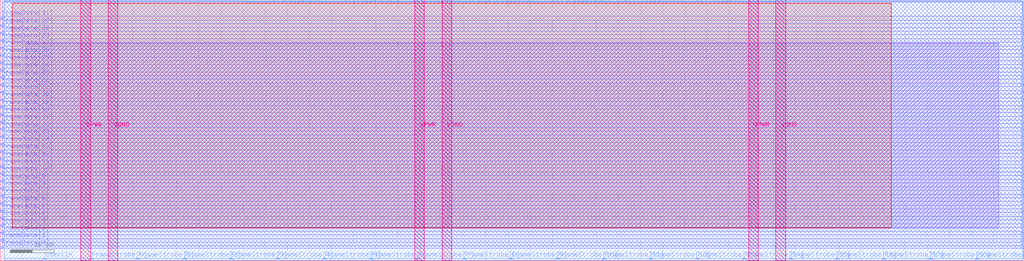
<source format=lef>
VERSION 5.7 ;
  NOWIREEXTENSIONATPIN ON ;
  DIVIDERCHAR "/" ;
  BUSBITCHARS "[]" ;
MACRO S_term_single
  CLASS BLOCK ;
  FOREIGN S_term_single ;
  ORIGIN 0.000 0.000 ;
  SIZE 231.840 BY 59.220 ;
  PIN Co
    DIRECTION OUTPUT ;
    USE SIGNAL ;
    ANTENNADIFFAREA 0.299200 ;
    PORT
      LAYER Metal3 ;
        RECT 104.920 58.820 105.320 59.220 ;
    END
  END Co
  PIN FrameData[0]
    DIRECTION INPUT ;
    USE SIGNAL ;
    ANTENNAGATEAREA 0.180700 ;
    PORT
      LAYER Metal2 ;
        RECT 0.000 2.740 0.450 3.140 ;
    END
  END FrameData[0]
  PIN FrameData[10]
    DIRECTION INPUT ;
    USE SIGNAL ;
    ANTENNAGATEAREA 0.180700 ;
    PORT
      LAYER Metal2 ;
        RECT 0.000 19.540 0.450 19.940 ;
    END
  END FrameData[10]
  PIN FrameData[11]
    DIRECTION INPUT ;
    USE SIGNAL ;
    ANTENNAGATEAREA 0.180700 ;
    PORT
      LAYER Metal2 ;
        RECT 0.000 21.220 0.450 21.620 ;
    END
  END FrameData[11]
  PIN FrameData[12]
    DIRECTION INPUT ;
    USE SIGNAL ;
    ANTENNAGATEAREA 0.180700 ;
    PORT
      LAYER Metal2 ;
        RECT 0.000 22.900 0.450 23.300 ;
    END
  END FrameData[12]
  PIN FrameData[13]
    DIRECTION INPUT ;
    USE SIGNAL ;
    ANTENNAGATEAREA 0.180700 ;
    PORT
      LAYER Metal2 ;
        RECT 0.000 24.580 0.450 24.980 ;
    END
  END FrameData[13]
  PIN FrameData[14]
    DIRECTION INPUT ;
    USE SIGNAL ;
    ANTENNAGATEAREA 0.180700 ;
    PORT
      LAYER Metal2 ;
        RECT 0.000 26.260 0.450 26.660 ;
    END
  END FrameData[14]
  PIN FrameData[15]
    DIRECTION INPUT ;
    USE SIGNAL ;
    ANTENNAGATEAREA 0.180700 ;
    PORT
      LAYER Metal2 ;
        RECT 0.000 27.940 0.450 28.340 ;
    END
  END FrameData[15]
  PIN FrameData[16]
    DIRECTION INPUT ;
    USE SIGNAL ;
    ANTENNAGATEAREA 1.397500 ;
    ANTENNADIFFAREA 4.030800 ;
    PORT
      LAYER Metal2 ;
        RECT 0.000 29.620 0.450 30.020 ;
    END
  END FrameData[16]
  PIN FrameData[17]
    DIRECTION INPUT ;
    USE SIGNAL ;
    ANTENNAGATEAREA 0.180700 ;
    PORT
      LAYER Metal2 ;
        RECT 0.000 31.300 0.450 31.700 ;
    END
  END FrameData[17]
  PIN FrameData[18]
    DIRECTION INPUT ;
    USE SIGNAL ;
    ANTENNAGATEAREA 0.180700 ;
    PORT
      LAYER Metal2 ;
        RECT 0.000 32.980 0.450 33.380 ;
    END
  END FrameData[18]
  PIN FrameData[19]
    DIRECTION INPUT ;
    USE SIGNAL ;
    ANTENNAGATEAREA 0.180700 ;
    PORT
      LAYER Metal2 ;
        RECT 0.000 34.660 0.450 35.060 ;
    END
  END FrameData[19]
  PIN FrameData[1]
    DIRECTION INPUT ;
    USE SIGNAL ;
    ANTENNAGATEAREA 0.180700 ;
    PORT
      LAYER Metal2 ;
        RECT 0.000 4.420 0.450 4.820 ;
    END
  END FrameData[1]
  PIN FrameData[20]
    DIRECTION INPUT ;
    USE SIGNAL ;
    ANTENNAGATEAREA 0.180700 ;
    PORT
      LAYER Metal2 ;
        RECT 0.000 36.340 0.450 36.740 ;
    END
  END FrameData[20]
  PIN FrameData[21]
    DIRECTION INPUT ;
    USE SIGNAL ;
    ANTENNAGATEAREA 1.397500 ;
    ANTENNADIFFAREA 4.030800 ;
    PORT
      LAYER Metal2 ;
        RECT 0.000 38.020 0.450 38.420 ;
    END
  END FrameData[21]
  PIN FrameData[22]
    DIRECTION INPUT ;
    USE SIGNAL ;
    ANTENNAGATEAREA 0.180700 ;
    PORT
      LAYER Metal2 ;
        RECT 0.000 39.700 0.450 40.100 ;
    END
  END FrameData[22]
  PIN FrameData[23]
    DIRECTION INPUT ;
    USE SIGNAL ;
    ANTENNAGATEAREA 0.180700 ;
    PORT
      LAYER Metal2 ;
        RECT 0.000 41.380 0.450 41.780 ;
    END
  END FrameData[23]
  PIN FrameData[24]
    DIRECTION INPUT ;
    USE SIGNAL ;
    ANTENNAGATEAREA 6.264700 ;
    ANTENNADIFFAREA 20.153999 ;
    PORT
      LAYER Metal2 ;
        RECT 0.000 43.060 0.450 43.460 ;
    END
  END FrameData[24]
  PIN FrameData[25]
    DIRECTION INPUT ;
    USE SIGNAL ;
    ANTENNAGATEAREA 6.264700 ;
    ANTENNADIFFAREA 20.153999 ;
    PORT
      LAYER Metal2 ;
        RECT 0.000 44.740 0.450 45.140 ;
    END
  END FrameData[25]
  PIN FrameData[26]
    DIRECTION INPUT ;
    USE SIGNAL ;
    ANTENNAGATEAREA 6.264700 ;
    ANTENNADIFFAREA 20.153999 ;
    PORT
      LAYER Metal2 ;
        RECT 0.000 46.420 0.450 46.820 ;
    END
  END FrameData[26]
  PIN FrameData[27]
    DIRECTION INPUT ;
    USE SIGNAL ;
    ANTENNAGATEAREA 5.656300 ;
    ANTENNADIFFAREA 18.138599 ;
    PORT
      LAYER Metal2 ;
        RECT 0.000 48.100 0.450 48.500 ;
    END
  END FrameData[27]
  PIN FrameData[28]
    DIRECTION INPUT ;
    USE SIGNAL ;
    ANTENNAGATEAREA 0.180700 ;
    PORT
      LAYER Metal2 ;
        RECT 0.000 49.780 0.450 50.180 ;
    END
  END FrameData[28]
  PIN FrameData[29]
    DIRECTION INPUT ;
    USE SIGNAL ;
    ANTENNAGATEAREA 1.397500 ;
    ANTENNADIFFAREA 4.030800 ;
    PORT
      LAYER Metal2 ;
        RECT 0.000 51.460 0.450 51.860 ;
    END
  END FrameData[29]
  PIN FrameData[2]
    DIRECTION INPUT ;
    USE SIGNAL ;
    ANTENNAGATEAREA 0.180700 ;
    PORT
      LAYER Metal2 ;
        RECT 0.000 6.100 0.450 6.500 ;
    END
  END FrameData[2]
  PIN FrameData[30]
    DIRECTION INPUT ;
    USE SIGNAL ;
    ANTENNAGATEAREA 0.180700 ;
    PORT
      LAYER Metal2 ;
        RECT 0.000 53.140 0.450 53.540 ;
    END
  END FrameData[30]
  PIN FrameData[31]
    DIRECTION INPUT ;
    USE SIGNAL ;
    ANTENNAGATEAREA 0.180700 ;
    PORT
      LAYER Metal2 ;
        RECT 0.000 54.820 0.450 55.220 ;
    END
  END FrameData[31]
  PIN FrameData[3]
    DIRECTION INPUT ;
    USE SIGNAL ;
    ANTENNAGATEAREA 0.180700 ;
    PORT
      LAYER Metal2 ;
        RECT 0.000 7.780 0.450 8.180 ;
    END
  END FrameData[3]
  PIN FrameData[4]
    DIRECTION INPUT ;
    USE SIGNAL ;
    ANTENNAGATEAREA 0.180700 ;
    PORT
      LAYER Metal2 ;
        RECT 0.000 9.460 0.450 9.860 ;
    END
  END FrameData[4]
  PIN FrameData[5]
    DIRECTION INPUT ;
    USE SIGNAL ;
    ANTENNAGATEAREA 0.180700 ;
    PORT
      LAYER Metal2 ;
        RECT 0.000 11.140 0.450 11.540 ;
    END
  END FrameData[5]
  PIN FrameData[6]
    DIRECTION INPUT ;
    USE SIGNAL ;
    ANTENNAGATEAREA 0.180700 ;
    PORT
      LAYER Metal2 ;
        RECT 0.000 12.820 0.450 13.220 ;
    END
  END FrameData[6]
  PIN FrameData[7]
    DIRECTION INPUT ;
    USE SIGNAL ;
    ANTENNAGATEAREA 0.180700 ;
    PORT
      LAYER Metal2 ;
        RECT 0.000 14.500 0.450 14.900 ;
    END
  END FrameData[7]
  PIN FrameData[8]
    DIRECTION INPUT ;
    USE SIGNAL ;
    ANTENNAGATEAREA 0.180700 ;
    PORT
      LAYER Metal2 ;
        RECT 0.000 16.180 0.450 16.580 ;
    END
  END FrameData[8]
  PIN FrameData[9]
    DIRECTION INPUT ;
    USE SIGNAL ;
    ANTENNAGATEAREA 0.180700 ;
    PORT
      LAYER Metal2 ;
        RECT 0.000 17.860 0.450 18.260 ;
    END
  END FrameData[9]
  PIN FrameData_O[0]
    DIRECTION OUTPUT ;
    USE SIGNAL ;
    ANTENNADIFFAREA 0.654800 ;
    PORT
      LAYER Metal2 ;
        RECT 231.390 2.740 231.840 3.140 ;
    END
  END FrameData_O[0]
  PIN FrameData_O[10]
    DIRECTION OUTPUT ;
    USE SIGNAL ;
    ANTENNADIFFAREA 0.654800 ;
    PORT
      LAYER Metal2 ;
        RECT 231.390 19.540 231.840 19.940 ;
    END
  END FrameData_O[10]
  PIN FrameData_O[11]
    DIRECTION OUTPUT ;
    USE SIGNAL ;
    ANTENNADIFFAREA 0.654800 ;
    PORT
      LAYER Metal2 ;
        RECT 231.390 21.220 231.840 21.620 ;
    END
  END FrameData_O[11]
  PIN FrameData_O[12]
    DIRECTION OUTPUT ;
    USE SIGNAL ;
    ANTENNADIFFAREA 0.654800 ;
    PORT
      LAYER Metal2 ;
        RECT 231.390 22.900 231.840 23.300 ;
    END
  END FrameData_O[12]
  PIN FrameData_O[13]
    DIRECTION OUTPUT ;
    USE SIGNAL ;
    ANTENNADIFFAREA 0.654800 ;
    PORT
      LAYER Metal2 ;
        RECT 231.390 24.580 231.840 24.980 ;
    END
  END FrameData_O[13]
  PIN FrameData_O[14]
    DIRECTION OUTPUT ;
    USE SIGNAL ;
    ANTENNADIFFAREA 0.654800 ;
    PORT
      LAYER Metal2 ;
        RECT 231.390 26.260 231.840 26.660 ;
    END
  END FrameData_O[14]
  PIN FrameData_O[15]
    DIRECTION OUTPUT ;
    USE SIGNAL ;
    ANTENNADIFFAREA 0.654800 ;
    PORT
      LAYER Metal2 ;
        RECT 231.390 27.940 231.840 28.340 ;
    END
  END FrameData_O[15]
  PIN FrameData_O[16]
    DIRECTION OUTPUT ;
    USE SIGNAL ;
    ANTENNADIFFAREA 0.654800 ;
    PORT
      LAYER Metal2 ;
        RECT 231.390 29.620 231.840 30.020 ;
    END
  END FrameData_O[16]
  PIN FrameData_O[17]
    DIRECTION OUTPUT ;
    USE SIGNAL ;
    ANTENNADIFFAREA 0.654800 ;
    PORT
      LAYER Metal2 ;
        RECT 231.390 31.300 231.840 31.700 ;
    END
  END FrameData_O[17]
  PIN FrameData_O[18]
    DIRECTION OUTPUT ;
    USE SIGNAL ;
    ANTENNADIFFAREA 0.654800 ;
    PORT
      LAYER Metal2 ;
        RECT 231.390 32.980 231.840 33.380 ;
    END
  END FrameData_O[18]
  PIN FrameData_O[19]
    DIRECTION OUTPUT ;
    USE SIGNAL ;
    ANTENNADIFFAREA 0.654800 ;
    PORT
      LAYER Metal2 ;
        RECT 231.390 34.660 231.840 35.060 ;
    END
  END FrameData_O[19]
  PIN FrameData_O[1]
    DIRECTION OUTPUT ;
    USE SIGNAL ;
    ANTENNADIFFAREA 0.654800 ;
    PORT
      LAYER Metal2 ;
        RECT 231.390 4.420 231.840 4.820 ;
    END
  END FrameData_O[1]
  PIN FrameData_O[20]
    DIRECTION OUTPUT ;
    USE SIGNAL ;
    ANTENNADIFFAREA 0.654800 ;
    PORT
      LAYER Metal2 ;
        RECT 231.390 36.340 231.840 36.740 ;
    END
  END FrameData_O[20]
  PIN FrameData_O[21]
    DIRECTION OUTPUT ;
    USE SIGNAL ;
    ANTENNADIFFAREA 0.654800 ;
    PORT
      LAYER Metal2 ;
        RECT 231.390 38.020 231.840 38.420 ;
    END
  END FrameData_O[21]
  PIN FrameData_O[22]
    DIRECTION OUTPUT ;
    USE SIGNAL ;
    ANTENNADIFFAREA 0.654800 ;
    PORT
      LAYER Metal2 ;
        RECT 231.390 39.700 231.840 40.100 ;
    END
  END FrameData_O[22]
  PIN FrameData_O[23]
    DIRECTION OUTPUT ;
    USE SIGNAL ;
    ANTENNADIFFAREA 0.654800 ;
    PORT
      LAYER Metal2 ;
        RECT 231.390 41.380 231.840 41.780 ;
    END
  END FrameData_O[23]
  PIN FrameData_O[24]
    DIRECTION OUTPUT ;
    USE SIGNAL ;
    ANTENNADIFFAREA 0.654800 ;
    PORT
      LAYER Metal2 ;
        RECT 231.390 43.060 231.840 43.460 ;
    END
  END FrameData_O[24]
  PIN FrameData_O[25]
    DIRECTION OUTPUT ;
    USE SIGNAL ;
    ANTENNADIFFAREA 0.654800 ;
    PORT
      LAYER Metal2 ;
        RECT 231.390 44.740 231.840 45.140 ;
    END
  END FrameData_O[25]
  PIN FrameData_O[26]
    DIRECTION OUTPUT ;
    USE SIGNAL ;
    ANTENNADIFFAREA 0.654800 ;
    PORT
      LAYER Metal2 ;
        RECT 231.390 46.420 231.840 46.820 ;
    END
  END FrameData_O[26]
  PIN FrameData_O[27]
    DIRECTION OUTPUT ;
    USE SIGNAL ;
    ANTENNADIFFAREA 0.654800 ;
    PORT
      LAYER Metal2 ;
        RECT 231.390 48.100 231.840 48.500 ;
    END
  END FrameData_O[27]
  PIN FrameData_O[28]
    DIRECTION OUTPUT ;
    USE SIGNAL ;
    ANTENNADIFFAREA 0.654800 ;
    PORT
      LAYER Metal2 ;
        RECT 231.390 49.780 231.840 50.180 ;
    END
  END FrameData_O[28]
  PIN FrameData_O[29]
    DIRECTION OUTPUT ;
    USE SIGNAL ;
    ANTENNADIFFAREA 0.654800 ;
    PORT
      LAYER Metal2 ;
        RECT 231.390 51.460 231.840 51.860 ;
    END
  END FrameData_O[29]
  PIN FrameData_O[2]
    DIRECTION OUTPUT ;
    USE SIGNAL ;
    ANTENNADIFFAREA 0.654800 ;
    PORT
      LAYER Metal2 ;
        RECT 231.390 6.100 231.840 6.500 ;
    END
  END FrameData_O[2]
  PIN FrameData_O[30]
    DIRECTION OUTPUT ;
    USE SIGNAL ;
    ANTENNADIFFAREA 0.654800 ;
    PORT
      LAYER Metal2 ;
        RECT 231.390 53.140 231.840 53.540 ;
    END
  END FrameData_O[30]
  PIN FrameData_O[31]
    DIRECTION OUTPUT ;
    USE SIGNAL ;
    ANTENNADIFFAREA 0.654800 ;
    PORT
      LAYER Metal2 ;
        RECT 231.390 54.820 231.840 55.220 ;
    END
  END FrameData_O[31]
  PIN FrameData_O[3]
    DIRECTION OUTPUT ;
    USE SIGNAL ;
    ANTENNADIFFAREA 0.654800 ;
    PORT
      LAYER Metal2 ;
        RECT 231.390 7.780 231.840 8.180 ;
    END
  END FrameData_O[3]
  PIN FrameData_O[4]
    DIRECTION OUTPUT ;
    USE SIGNAL ;
    ANTENNADIFFAREA 0.654800 ;
    PORT
      LAYER Metal2 ;
        RECT 231.390 9.460 231.840 9.860 ;
    END
  END FrameData_O[4]
  PIN FrameData_O[5]
    DIRECTION OUTPUT ;
    USE SIGNAL ;
    ANTENNADIFFAREA 0.654800 ;
    PORT
      LAYER Metal2 ;
        RECT 231.390 11.140 231.840 11.540 ;
    END
  END FrameData_O[5]
  PIN FrameData_O[6]
    DIRECTION OUTPUT ;
    USE SIGNAL ;
    ANTENNADIFFAREA 0.654800 ;
    PORT
      LAYER Metal2 ;
        RECT 231.390 12.820 231.840 13.220 ;
    END
  END FrameData_O[6]
  PIN FrameData_O[7]
    DIRECTION OUTPUT ;
    USE SIGNAL ;
    ANTENNADIFFAREA 0.654800 ;
    PORT
      LAYER Metal2 ;
        RECT 231.390 14.500 231.840 14.900 ;
    END
  END FrameData_O[7]
  PIN FrameData_O[8]
    DIRECTION OUTPUT ;
    USE SIGNAL ;
    ANTENNADIFFAREA 0.654800 ;
    PORT
      LAYER Metal2 ;
        RECT 231.390 16.180 231.840 16.580 ;
    END
  END FrameData_O[8]
  PIN FrameData_O[9]
    DIRECTION OUTPUT ;
    USE SIGNAL ;
    ANTENNADIFFAREA 0.654800 ;
    PORT
      LAYER Metal2 ;
        RECT 231.390 17.860 231.840 18.260 ;
    END
  END FrameData_O[9]
  PIN FrameStrobe[0]
    DIRECTION INPUT ;
    USE SIGNAL ;
    ANTENNAGATEAREA 0.180700 ;
    PORT
      LAYER Metal3 ;
        RECT 20.440 0.000 20.840 0.400 ;
    END
  END FrameStrobe[0]
  PIN FrameStrobe[10]
    DIRECTION INPUT ;
    USE SIGNAL ;
    ANTENNAGATEAREA 0.180700 ;
    PORT
      LAYER Metal3 ;
        RECT 126.040 0.000 126.440 0.400 ;
    END
  END FrameStrobe[10]
  PIN FrameStrobe[11]
    DIRECTION INPUT ;
    USE SIGNAL ;
    ANTENNAGATEAREA 0.180700 ;
    PORT
      LAYER Metal3 ;
        RECT 136.600 0.000 137.000 0.400 ;
    END
  END FrameStrobe[11]
  PIN FrameStrobe[12]
    DIRECTION INPUT ;
    USE SIGNAL ;
    ANTENNAGATEAREA 0.180700 ;
    PORT
      LAYER Metal3 ;
        RECT 147.160 0.000 147.560 0.400 ;
    END
  END FrameStrobe[12]
  PIN FrameStrobe[13]
    DIRECTION INPUT ;
    USE SIGNAL ;
    ANTENNAGATEAREA 0.180700 ;
    PORT
      LAYER Metal3 ;
        RECT 157.720 0.000 158.120 0.400 ;
    END
  END FrameStrobe[13]
  PIN FrameStrobe[14]
    DIRECTION INPUT ;
    USE SIGNAL ;
    ANTENNAGATEAREA 0.180700 ;
    PORT
      LAYER Metal3 ;
        RECT 168.280 0.000 168.680 0.400 ;
    END
  END FrameStrobe[14]
  PIN FrameStrobe[15]
    DIRECTION INPUT ;
    USE SIGNAL ;
    ANTENNAGATEAREA 0.180700 ;
    PORT
      LAYER Metal3 ;
        RECT 178.840 0.000 179.240 0.400 ;
    END
  END FrameStrobe[15]
  PIN FrameStrobe[16]
    DIRECTION INPUT ;
    USE SIGNAL ;
    ANTENNAGATEAREA 0.180700 ;
    PORT
      LAYER Metal3 ;
        RECT 189.400 0.000 189.800 0.400 ;
    END
  END FrameStrobe[16]
  PIN FrameStrobe[17]
    DIRECTION INPUT ;
    USE SIGNAL ;
    ANTENNAGATEAREA 0.180700 ;
    PORT
      LAYER Metal3 ;
        RECT 199.960 0.000 200.360 0.400 ;
    END
  END FrameStrobe[17]
  PIN FrameStrobe[18]
    DIRECTION INPUT ;
    USE SIGNAL ;
    ANTENNAGATEAREA 0.180700 ;
    PORT
      LAYER Metal3 ;
        RECT 210.520 0.000 210.920 0.400 ;
    END
  END FrameStrobe[18]
  PIN FrameStrobe[19]
    DIRECTION INPUT ;
    USE SIGNAL ;
    ANTENNAGATEAREA 0.180700 ;
    PORT
      LAYER Metal3 ;
        RECT 221.080 0.000 221.480 0.400 ;
    END
  END FrameStrobe[19]
  PIN FrameStrobe[1]
    DIRECTION INPUT ;
    USE SIGNAL ;
    ANTENNAGATEAREA 0.180700 ;
    PORT
      LAYER Metal3 ;
        RECT 31.000 0.000 31.400 0.400 ;
    END
  END FrameStrobe[1]
  PIN FrameStrobe[2]
    DIRECTION INPUT ;
    USE SIGNAL ;
    ANTENNAGATEAREA 0.180700 ;
    PORT
      LAYER Metal3 ;
        RECT 41.560 0.000 41.960 0.400 ;
    END
  END FrameStrobe[2]
  PIN FrameStrobe[3]
    DIRECTION INPUT ;
    USE SIGNAL ;
    ANTENNAGATEAREA 0.180700 ;
    PORT
      LAYER Metal3 ;
        RECT 52.120 0.000 52.520 0.400 ;
    END
  END FrameStrobe[3]
  PIN FrameStrobe[4]
    DIRECTION INPUT ;
    USE SIGNAL ;
    ANTENNAGATEAREA 0.180700 ;
    PORT
      LAYER Metal3 ;
        RECT 62.680 0.000 63.080 0.400 ;
    END
  END FrameStrobe[4]
  PIN FrameStrobe[5]
    DIRECTION INPUT ;
    USE SIGNAL ;
    ANTENNAGATEAREA 0.180700 ;
    PORT
      LAYER Metal3 ;
        RECT 73.240 0.000 73.640 0.400 ;
    END
  END FrameStrobe[5]
  PIN FrameStrobe[6]
    DIRECTION INPUT ;
    USE SIGNAL ;
    ANTENNAGATEAREA 0.180700 ;
    PORT
      LAYER Metal3 ;
        RECT 83.800 0.000 84.200 0.400 ;
    END
  END FrameStrobe[6]
  PIN FrameStrobe[7]
    DIRECTION INPUT ;
    USE SIGNAL ;
    ANTENNAGATEAREA 0.180700 ;
    PORT
      LAYER Metal3 ;
        RECT 94.360 0.000 94.760 0.400 ;
    END
  END FrameStrobe[7]
  PIN FrameStrobe[8]
    DIRECTION INPUT ;
    USE SIGNAL ;
    ANTENNAGATEAREA 0.180700 ;
    PORT
      LAYER Metal3 ;
        RECT 104.920 0.000 105.320 0.400 ;
    END
  END FrameStrobe[8]
  PIN FrameStrobe[9]
    DIRECTION INPUT ;
    USE SIGNAL ;
    ANTENNAGATEAREA 0.180700 ;
    PORT
      LAYER Metal3 ;
        RECT 115.480 0.000 115.880 0.400 ;
    END
  END FrameStrobe[9]
  PIN FrameStrobe_O[0]
    DIRECTION OUTPUT ;
    USE SIGNAL ;
    ANTENNADIFFAREA 0.654800 ;
    PORT
      LAYER Metal3 ;
        RECT 156.760 58.820 157.160 59.220 ;
    END
  END FrameStrobe_O[0]
  PIN FrameStrobe_O[10]
    DIRECTION OUTPUT ;
    USE SIGNAL ;
    ANTENNADIFFAREA 0.654800 ;
    PORT
      LAYER Metal3 ;
        RECT 166.360 58.820 166.760 59.220 ;
    END
  END FrameStrobe_O[10]
  PIN FrameStrobe_O[11]
    DIRECTION OUTPUT ;
    USE SIGNAL ;
    ANTENNADIFFAREA 0.654800 ;
    PORT
      LAYER Metal3 ;
        RECT 167.320 58.820 167.720 59.220 ;
    END
  END FrameStrobe_O[11]
  PIN FrameStrobe_O[12]
    DIRECTION OUTPUT ;
    USE SIGNAL ;
    ANTENNADIFFAREA 0.654800 ;
    PORT
      LAYER Metal3 ;
        RECT 168.280 58.820 168.680 59.220 ;
    END
  END FrameStrobe_O[12]
  PIN FrameStrobe_O[13]
    DIRECTION OUTPUT ;
    USE SIGNAL ;
    ANTENNADIFFAREA 0.654800 ;
    PORT
      LAYER Metal3 ;
        RECT 169.240 58.820 169.640 59.220 ;
    END
  END FrameStrobe_O[13]
  PIN FrameStrobe_O[14]
    DIRECTION OUTPUT ;
    USE SIGNAL ;
    ANTENNADIFFAREA 0.654800 ;
    PORT
      LAYER Metal3 ;
        RECT 170.200 58.820 170.600 59.220 ;
    END
  END FrameStrobe_O[14]
  PIN FrameStrobe_O[15]
    DIRECTION OUTPUT ;
    USE SIGNAL ;
    ANTENNADIFFAREA 0.654800 ;
    PORT
      LAYER Metal3 ;
        RECT 171.160 58.820 171.560 59.220 ;
    END
  END FrameStrobe_O[15]
  PIN FrameStrobe_O[16]
    DIRECTION OUTPUT ;
    USE SIGNAL ;
    ANTENNADIFFAREA 0.654800 ;
    PORT
      LAYER Metal3 ;
        RECT 172.120 58.820 172.520 59.220 ;
    END
  END FrameStrobe_O[16]
  PIN FrameStrobe_O[17]
    DIRECTION OUTPUT ;
    USE SIGNAL ;
    ANTENNADIFFAREA 0.654800 ;
    PORT
      LAYER Metal3 ;
        RECT 173.080 58.820 173.480 59.220 ;
    END
  END FrameStrobe_O[17]
  PIN FrameStrobe_O[18]
    DIRECTION OUTPUT ;
    USE SIGNAL ;
    ANTENNADIFFAREA 0.654800 ;
    PORT
      LAYER Metal3 ;
        RECT 174.040 58.820 174.440 59.220 ;
    END
  END FrameStrobe_O[18]
  PIN FrameStrobe_O[19]
    DIRECTION OUTPUT ;
    USE SIGNAL ;
    ANTENNADIFFAREA 0.654800 ;
    PORT
      LAYER Metal3 ;
        RECT 175.000 58.820 175.400 59.220 ;
    END
  END FrameStrobe_O[19]
  PIN FrameStrobe_O[1]
    DIRECTION OUTPUT ;
    USE SIGNAL ;
    ANTENNADIFFAREA 0.654800 ;
    PORT
      LAYER Metal3 ;
        RECT 157.720 58.820 158.120 59.220 ;
    END
  END FrameStrobe_O[1]
  PIN FrameStrobe_O[2]
    DIRECTION OUTPUT ;
    USE SIGNAL ;
    ANTENNADIFFAREA 0.654800 ;
    PORT
      LAYER Metal3 ;
        RECT 158.680 58.820 159.080 59.220 ;
    END
  END FrameStrobe_O[2]
  PIN FrameStrobe_O[3]
    DIRECTION OUTPUT ;
    USE SIGNAL ;
    ANTENNADIFFAREA 0.654800 ;
    PORT
      LAYER Metal3 ;
        RECT 159.640 58.820 160.040 59.220 ;
    END
  END FrameStrobe_O[3]
  PIN FrameStrobe_O[4]
    DIRECTION OUTPUT ;
    USE SIGNAL ;
    ANTENNADIFFAREA 0.654800 ;
    PORT
      LAYER Metal3 ;
        RECT 160.600 58.820 161.000 59.220 ;
    END
  END FrameStrobe_O[4]
  PIN FrameStrobe_O[5]
    DIRECTION OUTPUT ;
    USE SIGNAL ;
    ANTENNADIFFAREA 0.654800 ;
    PORT
      LAYER Metal3 ;
        RECT 161.560 58.820 161.960 59.220 ;
    END
  END FrameStrobe_O[5]
  PIN FrameStrobe_O[6]
    DIRECTION OUTPUT ;
    USE SIGNAL ;
    ANTENNADIFFAREA 0.654800 ;
    PORT
      LAYER Metal3 ;
        RECT 162.520 58.820 162.920 59.220 ;
    END
  END FrameStrobe_O[6]
  PIN FrameStrobe_O[7]
    DIRECTION OUTPUT ;
    USE SIGNAL ;
    ANTENNADIFFAREA 0.654800 ;
    PORT
      LAYER Metal3 ;
        RECT 163.480 58.820 163.880 59.220 ;
    END
  END FrameStrobe_O[7]
  PIN FrameStrobe_O[8]
    DIRECTION OUTPUT ;
    USE SIGNAL ;
    ANTENNADIFFAREA 0.654800 ;
    PORT
      LAYER Metal3 ;
        RECT 164.440 58.820 164.840 59.220 ;
    END
  END FrameStrobe_O[8]
  PIN FrameStrobe_O[9]
    DIRECTION OUTPUT ;
    USE SIGNAL ;
    ANTENNADIFFAREA 0.654800 ;
    PORT
      LAYER Metal3 ;
        RECT 165.400 58.820 165.800 59.220 ;
    END
  END FrameStrobe_O[9]
  PIN N1BEG[0]
    DIRECTION OUTPUT ;
    USE SIGNAL ;
    ANTENNADIFFAREA 0.654800 ;
    PORT
      LAYER Metal3 ;
        RECT 55.000 58.820 55.400 59.220 ;
    END
  END N1BEG[0]
  PIN N1BEG[1]
    DIRECTION OUTPUT ;
    USE SIGNAL ;
    ANTENNADIFFAREA 0.654800 ;
    PORT
      LAYER Metal3 ;
        RECT 55.960 58.820 56.360 59.220 ;
    END
  END N1BEG[1]
  PIN N1BEG[2]
    DIRECTION OUTPUT ;
    USE SIGNAL ;
    ANTENNADIFFAREA 0.654800 ;
    PORT
      LAYER Metal3 ;
        RECT 56.920 58.820 57.320 59.220 ;
    END
  END N1BEG[2]
  PIN N1BEG[3]
    DIRECTION OUTPUT ;
    USE SIGNAL ;
    ANTENNADIFFAREA 0.654800 ;
    PORT
      LAYER Metal3 ;
        RECT 57.880 58.820 58.280 59.220 ;
    END
  END N1BEG[3]
  PIN N2BEG[0]
    DIRECTION OUTPUT ;
    USE SIGNAL ;
    ANTENNADIFFAREA 0.654800 ;
    PORT
      LAYER Metal3 ;
        RECT 58.840 58.820 59.240 59.220 ;
    END
  END N2BEG[0]
  PIN N2BEG[1]
    DIRECTION OUTPUT ;
    USE SIGNAL ;
    ANTENNADIFFAREA 0.654800 ;
    PORT
      LAYER Metal3 ;
        RECT 59.800 58.820 60.200 59.220 ;
    END
  END N2BEG[1]
  PIN N2BEG[2]
    DIRECTION OUTPUT ;
    USE SIGNAL ;
    ANTENNADIFFAREA 0.654800 ;
    PORT
      LAYER Metal3 ;
        RECT 60.760 58.820 61.160 59.220 ;
    END
  END N2BEG[2]
  PIN N2BEG[3]
    DIRECTION OUTPUT ;
    USE SIGNAL ;
    ANTENNADIFFAREA 0.654800 ;
    PORT
      LAYER Metal3 ;
        RECT 61.720 58.820 62.120 59.220 ;
    END
  END N2BEG[3]
  PIN N2BEG[4]
    DIRECTION OUTPUT ;
    USE SIGNAL ;
    ANTENNADIFFAREA 0.654800 ;
    PORT
      LAYER Metal3 ;
        RECT 62.680 58.820 63.080 59.220 ;
    END
  END N2BEG[4]
  PIN N2BEG[5]
    DIRECTION OUTPUT ;
    USE SIGNAL ;
    ANTENNADIFFAREA 0.654800 ;
    PORT
      LAYER Metal3 ;
        RECT 63.640 58.820 64.040 59.220 ;
    END
  END N2BEG[5]
  PIN N2BEG[6]
    DIRECTION OUTPUT ;
    USE SIGNAL ;
    ANTENNADIFFAREA 0.654800 ;
    PORT
      LAYER Metal3 ;
        RECT 64.600 58.820 65.000 59.220 ;
    END
  END N2BEG[6]
  PIN N2BEG[7]
    DIRECTION OUTPUT ;
    USE SIGNAL ;
    ANTENNADIFFAREA 0.654800 ;
    PORT
      LAYER Metal3 ;
        RECT 65.560 58.820 65.960 59.220 ;
    END
  END N2BEG[7]
  PIN N2BEGb[0]
    DIRECTION OUTPUT ;
    USE SIGNAL ;
    ANTENNADIFFAREA 0.654800 ;
    PORT
      LAYER Metal3 ;
        RECT 66.520 58.820 66.920 59.220 ;
    END
  END N2BEGb[0]
  PIN N2BEGb[1]
    DIRECTION OUTPUT ;
    USE SIGNAL ;
    ANTENNADIFFAREA 0.654800 ;
    PORT
      LAYER Metal3 ;
        RECT 67.480 58.820 67.880 59.220 ;
    END
  END N2BEGb[1]
  PIN N2BEGb[2]
    DIRECTION OUTPUT ;
    USE SIGNAL ;
    ANTENNADIFFAREA 0.654800 ;
    PORT
      LAYER Metal3 ;
        RECT 68.440 58.820 68.840 59.220 ;
    END
  END N2BEGb[2]
  PIN N2BEGb[3]
    DIRECTION OUTPUT ;
    USE SIGNAL ;
    ANTENNADIFFAREA 0.654800 ;
    PORT
      LAYER Metal3 ;
        RECT 69.400 58.820 69.800 59.220 ;
    END
  END N2BEGb[3]
  PIN N2BEGb[4]
    DIRECTION OUTPUT ;
    USE SIGNAL ;
    ANTENNADIFFAREA 0.654800 ;
    PORT
      LAYER Metal3 ;
        RECT 70.360 58.820 70.760 59.220 ;
    END
  END N2BEGb[4]
  PIN N2BEGb[5]
    DIRECTION OUTPUT ;
    USE SIGNAL ;
    ANTENNADIFFAREA 0.654800 ;
    PORT
      LAYER Metal3 ;
        RECT 71.320 58.820 71.720 59.220 ;
    END
  END N2BEGb[5]
  PIN N2BEGb[6]
    DIRECTION OUTPUT ;
    USE SIGNAL ;
    ANTENNADIFFAREA 0.654800 ;
    PORT
      LAYER Metal3 ;
        RECT 72.280 58.820 72.680 59.220 ;
    END
  END N2BEGb[6]
  PIN N2BEGb[7]
    DIRECTION OUTPUT ;
    USE SIGNAL ;
    ANTENNADIFFAREA 0.654800 ;
    PORT
      LAYER Metal3 ;
        RECT 73.240 58.820 73.640 59.220 ;
    END
  END N2BEGb[7]
  PIN N4BEG[0]
    DIRECTION OUTPUT ;
    USE SIGNAL ;
    ANTENNADIFFAREA 0.654800 ;
    PORT
      LAYER Metal3 ;
        RECT 74.200 58.820 74.600 59.220 ;
    END
  END N4BEG[0]
  PIN N4BEG[10]
    DIRECTION OUTPUT ;
    USE SIGNAL ;
    ANTENNADIFFAREA 0.654800 ;
    PORT
      LAYER Metal3 ;
        RECT 83.800 58.820 84.200 59.220 ;
    END
  END N4BEG[10]
  PIN N4BEG[11]
    DIRECTION OUTPUT ;
    USE SIGNAL ;
    ANTENNADIFFAREA 0.654800 ;
    PORT
      LAYER Metal3 ;
        RECT 84.760 58.820 85.160 59.220 ;
    END
  END N4BEG[11]
  PIN N4BEG[12]
    DIRECTION OUTPUT ;
    USE SIGNAL ;
    ANTENNADIFFAREA 0.654800 ;
    PORT
      LAYER Metal3 ;
        RECT 85.720 58.820 86.120 59.220 ;
    END
  END N4BEG[12]
  PIN N4BEG[13]
    DIRECTION OUTPUT ;
    USE SIGNAL ;
    ANTENNADIFFAREA 0.654800 ;
    PORT
      LAYER Metal3 ;
        RECT 86.680 58.820 87.080 59.220 ;
    END
  END N4BEG[13]
  PIN N4BEG[14]
    DIRECTION OUTPUT ;
    USE SIGNAL ;
    ANTENNADIFFAREA 0.654800 ;
    PORT
      LAYER Metal3 ;
        RECT 87.640 58.820 88.040 59.220 ;
    END
  END N4BEG[14]
  PIN N4BEG[15]
    DIRECTION OUTPUT ;
    USE SIGNAL ;
    ANTENNADIFFAREA 0.654800 ;
    PORT
      LAYER Metal3 ;
        RECT 88.600 58.820 89.000 59.220 ;
    END
  END N4BEG[15]
  PIN N4BEG[1]
    DIRECTION OUTPUT ;
    USE SIGNAL ;
    ANTENNADIFFAREA 0.654800 ;
    PORT
      LAYER Metal3 ;
        RECT 75.160 58.820 75.560 59.220 ;
    END
  END N4BEG[1]
  PIN N4BEG[2]
    DIRECTION OUTPUT ;
    USE SIGNAL ;
    ANTENNADIFFAREA 0.654800 ;
    PORT
      LAYER Metal3 ;
        RECT 76.120 58.820 76.520 59.220 ;
    END
  END N4BEG[2]
  PIN N4BEG[3]
    DIRECTION OUTPUT ;
    USE SIGNAL ;
    ANTENNADIFFAREA 0.654800 ;
    PORT
      LAYER Metal3 ;
        RECT 77.080 58.820 77.480 59.220 ;
    END
  END N4BEG[3]
  PIN N4BEG[4]
    DIRECTION OUTPUT ;
    USE SIGNAL ;
    ANTENNADIFFAREA 0.654800 ;
    PORT
      LAYER Metal3 ;
        RECT 78.040 58.820 78.440 59.220 ;
    END
  END N4BEG[4]
  PIN N4BEG[5]
    DIRECTION OUTPUT ;
    USE SIGNAL ;
    ANTENNADIFFAREA 0.654800 ;
    PORT
      LAYER Metal3 ;
        RECT 79.000 58.820 79.400 59.220 ;
    END
  END N4BEG[5]
  PIN N4BEG[6]
    DIRECTION OUTPUT ;
    USE SIGNAL ;
    ANTENNADIFFAREA 0.654800 ;
    PORT
      LAYER Metal3 ;
        RECT 79.960 58.820 80.360 59.220 ;
    END
  END N4BEG[6]
  PIN N4BEG[7]
    DIRECTION OUTPUT ;
    USE SIGNAL ;
    ANTENNADIFFAREA 0.654800 ;
    PORT
      LAYER Metal3 ;
        RECT 80.920 58.820 81.320 59.220 ;
    END
  END N4BEG[7]
  PIN N4BEG[8]
    DIRECTION OUTPUT ;
    USE SIGNAL ;
    ANTENNADIFFAREA 0.654800 ;
    PORT
      LAYER Metal3 ;
        RECT 81.880 58.820 82.280 59.220 ;
    END
  END N4BEG[8]
  PIN N4BEG[9]
    DIRECTION OUTPUT ;
    USE SIGNAL ;
    ANTENNADIFFAREA 0.654800 ;
    PORT
      LAYER Metal3 ;
        RECT 82.840 58.820 83.240 59.220 ;
    END
  END N4BEG[9]
  PIN NN4BEG[0]
    DIRECTION OUTPUT ;
    USE SIGNAL ;
    ANTENNADIFFAREA 0.654800 ;
    PORT
      LAYER Metal3 ;
        RECT 89.560 58.820 89.960 59.220 ;
    END
  END NN4BEG[0]
  PIN NN4BEG[10]
    DIRECTION OUTPUT ;
    USE SIGNAL ;
    ANTENNADIFFAREA 0.654800 ;
    PORT
      LAYER Metal3 ;
        RECT 99.160 58.820 99.560 59.220 ;
    END
  END NN4BEG[10]
  PIN NN4BEG[11]
    DIRECTION OUTPUT ;
    USE SIGNAL ;
    ANTENNADIFFAREA 0.654800 ;
    PORT
      LAYER Metal3 ;
        RECT 100.120 58.820 100.520 59.220 ;
    END
  END NN4BEG[11]
  PIN NN4BEG[12]
    DIRECTION OUTPUT ;
    USE SIGNAL ;
    ANTENNADIFFAREA 0.654800 ;
    PORT
      LAYER Metal3 ;
        RECT 101.080 58.820 101.480 59.220 ;
    END
  END NN4BEG[12]
  PIN NN4BEG[13]
    DIRECTION OUTPUT ;
    USE SIGNAL ;
    ANTENNADIFFAREA 0.654800 ;
    PORT
      LAYER Metal3 ;
        RECT 102.040 58.820 102.440 59.220 ;
    END
  END NN4BEG[13]
  PIN NN4BEG[14]
    DIRECTION OUTPUT ;
    USE SIGNAL ;
    ANTENNADIFFAREA 0.654800 ;
    PORT
      LAYER Metal3 ;
        RECT 103.000 58.820 103.400 59.220 ;
    END
  END NN4BEG[14]
  PIN NN4BEG[15]
    DIRECTION OUTPUT ;
    USE SIGNAL ;
    ANTENNADIFFAREA 0.654800 ;
    PORT
      LAYER Metal3 ;
        RECT 103.960 58.820 104.360 59.220 ;
    END
  END NN4BEG[15]
  PIN NN4BEG[1]
    DIRECTION OUTPUT ;
    USE SIGNAL ;
    ANTENNADIFFAREA 0.654800 ;
    PORT
      LAYER Metal3 ;
        RECT 90.520 58.820 90.920 59.220 ;
    END
  END NN4BEG[1]
  PIN NN4BEG[2]
    DIRECTION OUTPUT ;
    USE SIGNAL ;
    ANTENNADIFFAREA 0.654800 ;
    PORT
      LAYER Metal3 ;
        RECT 91.480 58.820 91.880 59.220 ;
    END
  END NN4BEG[2]
  PIN NN4BEG[3]
    DIRECTION OUTPUT ;
    USE SIGNAL ;
    ANTENNADIFFAREA 0.654800 ;
    PORT
      LAYER Metal3 ;
        RECT 92.440 58.820 92.840 59.220 ;
    END
  END NN4BEG[3]
  PIN NN4BEG[4]
    DIRECTION OUTPUT ;
    USE SIGNAL ;
    ANTENNADIFFAREA 0.654800 ;
    PORT
      LAYER Metal3 ;
        RECT 93.400 58.820 93.800 59.220 ;
    END
  END NN4BEG[4]
  PIN NN4BEG[5]
    DIRECTION OUTPUT ;
    USE SIGNAL ;
    ANTENNADIFFAREA 0.654800 ;
    PORT
      LAYER Metal3 ;
        RECT 94.360 58.820 94.760 59.220 ;
    END
  END NN4BEG[5]
  PIN NN4BEG[6]
    DIRECTION OUTPUT ;
    USE SIGNAL ;
    ANTENNADIFFAREA 0.654800 ;
    PORT
      LAYER Metal3 ;
        RECT 95.320 58.820 95.720 59.220 ;
    END
  END NN4BEG[6]
  PIN NN4BEG[7]
    DIRECTION OUTPUT ;
    USE SIGNAL ;
    ANTENNADIFFAREA 0.654800 ;
    PORT
      LAYER Metal3 ;
        RECT 96.280 58.820 96.680 59.220 ;
    END
  END NN4BEG[7]
  PIN NN4BEG[8]
    DIRECTION OUTPUT ;
    USE SIGNAL ;
    ANTENNADIFFAREA 0.654800 ;
    PORT
      LAYER Metal3 ;
        RECT 97.240 58.820 97.640 59.220 ;
    END
  END NN4BEG[8]
  PIN NN4BEG[9]
    DIRECTION OUTPUT ;
    USE SIGNAL ;
    ANTENNADIFFAREA 0.654800 ;
    PORT
      LAYER Metal3 ;
        RECT 98.200 58.820 98.600 59.220 ;
    END
  END NN4BEG[9]
  PIN S1END[0]
    DIRECTION INPUT ;
    USE SIGNAL ;
    ANTENNAGATEAREA 0.180700 ;
    PORT
      LAYER Metal3 ;
        RECT 105.880 58.820 106.280 59.220 ;
    END
  END S1END[0]
  PIN S1END[1]
    DIRECTION INPUT ;
    USE SIGNAL ;
    ANTENNAGATEAREA 0.180700 ;
    PORT
      LAYER Metal3 ;
        RECT 106.840 58.820 107.240 59.220 ;
    END
  END S1END[1]
  PIN S1END[2]
    DIRECTION INPUT ;
    USE SIGNAL ;
    ANTENNAGATEAREA 0.180700 ;
    PORT
      LAYER Metal3 ;
        RECT 107.800 58.820 108.200 59.220 ;
    END
  END S1END[2]
  PIN S1END[3]
    DIRECTION INPUT ;
    USE SIGNAL ;
    ANTENNAGATEAREA 0.180700 ;
    PORT
      LAYER Metal3 ;
        RECT 108.760 58.820 109.160 59.220 ;
    END
  END S1END[3]
  PIN S2END[0]
    DIRECTION INPUT ;
    USE SIGNAL ;
    ANTENNAGATEAREA 0.180700 ;
    PORT
      LAYER Metal3 ;
        RECT 117.400 58.820 117.800 59.220 ;
    END
  END S2END[0]
  PIN S2END[1]
    DIRECTION INPUT ;
    USE SIGNAL ;
    ANTENNAGATEAREA 0.180700 ;
    PORT
      LAYER Metal3 ;
        RECT 118.360 58.820 118.760 59.220 ;
    END
  END S2END[1]
  PIN S2END[2]
    DIRECTION INPUT ;
    USE SIGNAL ;
    ANTENNAGATEAREA 0.180700 ;
    PORT
      LAYER Metal3 ;
        RECT 119.320 58.820 119.720 59.220 ;
    END
  END S2END[2]
  PIN S2END[3]
    DIRECTION INPUT ;
    USE SIGNAL ;
    ANTENNAGATEAREA 0.180700 ;
    PORT
      LAYER Metal3 ;
        RECT 120.280 58.820 120.680 59.220 ;
    END
  END S2END[3]
  PIN S2END[4]
    DIRECTION INPUT ;
    USE SIGNAL ;
    ANTENNAGATEAREA 0.180700 ;
    PORT
      LAYER Metal3 ;
        RECT 121.240 58.820 121.640 59.220 ;
    END
  END S2END[4]
  PIN S2END[5]
    DIRECTION INPUT ;
    USE SIGNAL ;
    ANTENNAGATEAREA 0.180700 ;
    PORT
      LAYER Metal3 ;
        RECT 122.200 58.820 122.600 59.220 ;
    END
  END S2END[5]
  PIN S2END[6]
    DIRECTION INPUT ;
    USE SIGNAL ;
    ANTENNAGATEAREA 0.180700 ;
    PORT
      LAYER Metal3 ;
        RECT 123.160 58.820 123.560 59.220 ;
    END
  END S2END[6]
  PIN S2END[7]
    DIRECTION INPUT ;
    USE SIGNAL ;
    ANTENNAGATEAREA 0.180700 ;
    PORT
      LAYER Metal3 ;
        RECT 124.120 58.820 124.520 59.220 ;
    END
  END S2END[7]
  PIN S2MID[0]
    DIRECTION INPUT ;
    USE SIGNAL ;
    ANTENNAGATEAREA 0.180700 ;
    PORT
      LAYER Metal3 ;
        RECT 109.720 58.820 110.120 59.220 ;
    END
  END S2MID[0]
  PIN S2MID[1]
    DIRECTION INPUT ;
    USE SIGNAL ;
    ANTENNAGATEAREA 0.180700 ;
    PORT
      LAYER Metal3 ;
        RECT 110.680 58.820 111.080 59.220 ;
    END
  END S2MID[1]
  PIN S2MID[2]
    DIRECTION INPUT ;
    USE SIGNAL ;
    ANTENNAGATEAREA 0.180700 ;
    PORT
      LAYER Metal3 ;
        RECT 111.640 58.820 112.040 59.220 ;
    END
  END S2MID[2]
  PIN S2MID[3]
    DIRECTION INPUT ;
    USE SIGNAL ;
    ANTENNAGATEAREA 0.180700 ;
    PORT
      LAYER Metal3 ;
        RECT 112.600 58.820 113.000 59.220 ;
    END
  END S2MID[3]
  PIN S2MID[4]
    DIRECTION INPUT ;
    USE SIGNAL ;
    ANTENNAGATEAREA 0.180700 ;
    PORT
      LAYER Metal3 ;
        RECT 113.560 58.820 113.960 59.220 ;
    END
  END S2MID[4]
  PIN S2MID[5]
    DIRECTION INPUT ;
    USE SIGNAL ;
    ANTENNAGATEAREA 0.180700 ;
    PORT
      LAYER Metal3 ;
        RECT 114.520 58.820 114.920 59.220 ;
    END
  END S2MID[5]
  PIN S2MID[6]
    DIRECTION INPUT ;
    USE SIGNAL ;
    ANTENNAGATEAREA 0.180700 ;
    PORT
      LAYER Metal3 ;
        RECT 115.480 58.820 115.880 59.220 ;
    END
  END S2MID[6]
  PIN S2MID[7]
    DIRECTION INPUT ;
    USE SIGNAL ;
    ANTENNAGATEAREA 0.180700 ;
    PORT
      LAYER Metal3 ;
        RECT 116.440 58.820 116.840 59.220 ;
    END
  END S2MID[7]
  PIN S4END[0]
    DIRECTION INPUT ;
    USE SIGNAL ;
    ANTENNAGATEAREA 0.180700 ;
    PORT
      LAYER Metal3 ;
        RECT 125.080 58.820 125.480 59.220 ;
    END
  END S4END[0]
  PIN S4END[10]
    DIRECTION INPUT ;
    USE SIGNAL ;
    ANTENNAGATEAREA 0.180700 ;
    PORT
      LAYER Metal3 ;
        RECT 134.680 58.820 135.080 59.220 ;
    END
  END S4END[10]
  PIN S4END[11]
    DIRECTION INPUT ;
    USE SIGNAL ;
    ANTENNAGATEAREA 0.180700 ;
    PORT
      LAYER Metal3 ;
        RECT 135.640 58.820 136.040 59.220 ;
    END
  END S4END[11]
  PIN S4END[12]
    DIRECTION INPUT ;
    USE SIGNAL ;
    ANTENNAGATEAREA 0.180700 ;
    PORT
      LAYER Metal3 ;
        RECT 136.600 58.820 137.000 59.220 ;
    END
  END S4END[12]
  PIN S4END[13]
    DIRECTION INPUT ;
    USE SIGNAL ;
    ANTENNAGATEAREA 0.180700 ;
    PORT
      LAYER Metal3 ;
        RECT 137.560 58.820 137.960 59.220 ;
    END
  END S4END[13]
  PIN S4END[14]
    DIRECTION INPUT ;
    USE SIGNAL ;
    ANTENNAGATEAREA 0.180700 ;
    PORT
      LAYER Metal3 ;
        RECT 138.520 58.820 138.920 59.220 ;
    END
  END S4END[14]
  PIN S4END[15]
    DIRECTION INPUT ;
    USE SIGNAL ;
    ANTENNAGATEAREA 0.180700 ;
    PORT
      LAYER Metal3 ;
        RECT 139.480 58.820 139.880 59.220 ;
    END
  END S4END[15]
  PIN S4END[1]
    DIRECTION INPUT ;
    USE SIGNAL ;
    ANTENNAGATEAREA 0.180700 ;
    PORT
      LAYER Metal3 ;
        RECT 126.040 58.820 126.440 59.220 ;
    END
  END S4END[1]
  PIN S4END[2]
    DIRECTION INPUT ;
    USE SIGNAL ;
    ANTENNAGATEAREA 0.180700 ;
    PORT
      LAYER Metal3 ;
        RECT 127.000 58.820 127.400 59.220 ;
    END
  END S4END[2]
  PIN S4END[3]
    DIRECTION INPUT ;
    USE SIGNAL ;
    ANTENNAGATEAREA 0.180700 ;
    PORT
      LAYER Metal3 ;
        RECT 127.960 58.820 128.360 59.220 ;
    END
  END S4END[3]
  PIN S4END[4]
    DIRECTION INPUT ;
    USE SIGNAL ;
    ANTENNAGATEAREA 0.180700 ;
    PORT
      LAYER Metal3 ;
        RECT 128.920 58.820 129.320 59.220 ;
    END
  END S4END[4]
  PIN S4END[5]
    DIRECTION INPUT ;
    USE SIGNAL ;
    ANTENNAGATEAREA 0.180700 ;
    PORT
      LAYER Metal3 ;
        RECT 129.880 58.820 130.280 59.220 ;
    END
  END S4END[5]
  PIN S4END[6]
    DIRECTION INPUT ;
    USE SIGNAL ;
    ANTENNAGATEAREA 0.180700 ;
    PORT
      LAYER Metal3 ;
        RECT 130.840 58.820 131.240 59.220 ;
    END
  END S4END[6]
  PIN S4END[7]
    DIRECTION INPUT ;
    USE SIGNAL ;
    ANTENNAGATEAREA 0.180700 ;
    PORT
      LAYER Metal3 ;
        RECT 131.800 58.820 132.200 59.220 ;
    END
  END S4END[7]
  PIN S4END[8]
    DIRECTION INPUT ;
    USE SIGNAL ;
    ANTENNAGATEAREA 0.180700 ;
    PORT
      LAYER Metal3 ;
        RECT 132.760 58.820 133.160 59.220 ;
    END
  END S4END[8]
  PIN S4END[9]
    DIRECTION INPUT ;
    USE SIGNAL ;
    ANTENNAGATEAREA 0.180700 ;
    PORT
      LAYER Metal3 ;
        RECT 133.720 58.820 134.120 59.220 ;
    END
  END S4END[9]
  PIN SS4END[0]
    DIRECTION INPUT ;
    USE SIGNAL ;
    ANTENNAGATEAREA 0.180700 ;
    PORT
      LAYER Metal3 ;
        RECT 140.440 58.820 140.840 59.220 ;
    END
  END SS4END[0]
  PIN SS4END[10]
    DIRECTION INPUT ;
    USE SIGNAL ;
    ANTENNAGATEAREA 0.180700 ;
    PORT
      LAYER Metal3 ;
        RECT 150.040 58.820 150.440 59.220 ;
    END
  END SS4END[10]
  PIN SS4END[11]
    DIRECTION INPUT ;
    USE SIGNAL ;
    ANTENNAGATEAREA 0.180700 ;
    PORT
      LAYER Metal3 ;
        RECT 151.000 58.820 151.400 59.220 ;
    END
  END SS4END[11]
  PIN SS4END[12]
    DIRECTION INPUT ;
    USE SIGNAL ;
    ANTENNAGATEAREA 0.180700 ;
    PORT
      LAYER Metal3 ;
        RECT 151.960 58.820 152.360 59.220 ;
    END
  END SS4END[12]
  PIN SS4END[13]
    DIRECTION INPUT ;
    USE SIGNAL ;
    ANTENNAGATEAREA 0.180700 ;
    PORT
      LAYER Metal3 ;
        RECT 152.920 58.820 153.320 59.220 ;
    END
  END SS4END[13]
  PIN SS4END[14]
    DIRECTION INPUT ;
    USE SIGNAL ;
    ANTENNAGATEAREA 0.180700 ;
    PORT
      LAYER Metal3 ;
        RECT 153.880 58.820 154.280 59.220 ;
    END
  END SS4END[14]
  PIN SS4END[15]
    DIRECTION INPUT ;
    USE SIGNAL ;
    ANTENNAGATEAREA 0.180700 ;
    PORT
      LAYER Metal3 ;
        RECT 154.840 58.820 155.240 59.220 ;
    END
  END SS4END[15]
  PIN SS4END[1]
    DIRECTION INPUT ;
    USE SIGNAL ;
    ANTENNAGATEAREA 0.180700 ;
    PORT
      LAYER Metal3 ;
        RECT 141.400 58.820 141.800 59.220 ;
    END
  END SS4END[1]
  PIN SS4END[2]
    DIRECTION INPUT ;
    USE SIGNAL ;
    ANTENNAGATEAREA 0.180700 ;
    PORT
      LAYER Metal3 ;
        RECT 142.360 58.820 142.760 59.220 ;
    END
  END SS4END[2]
  PIN SS4END[3]
    DIRECTION INPUT ;
    USE SIGNAL ;
    ANTENNAGATEAREA 0.180700 ;
    PORT
      LAYER Metal3 ;
        RECT 143.320 58.820 143.720 59.220 ;
    END
  END SS4END[3]
  PIN SS4END[4]
    DIRECTION INPUT ;
    USE SIGNAL ;
    ANTENNAGATEAREA 0.180700 ;
    PORT
      LAYER Metal3 ;
        RECT 144.280 58.820 144.680 59.220 ;
    END
  END SS4END[4]
  PIN SS4END[5]
    DIRECTION INPUT ;
    USE SIGNAL ;
    ANTENNAGATEAREA 0.180700 ;
    PORT
      LAYER Metal3 ;
        RECT 145.240 58.820 145.640 59.220 ;
    END
  END SS4END[5]
  PIN SS4END[6]
    DIRECTION INPUT ;
    USE SIGNAL ;
    ANTENNAGATEAREA 0.180700 ;
    PORT
      LAYER Metal3 ;
        RECT 146.200 58.820 146.600 59.220 ;
    END
  END SS4END[6]
  PIN SS4END[7]
    DIRECTION INPUT ;
    USE SIGNAL ;
    ANTENNAGATEAREA 0.180700 ;
    PORT
      LAYER Metal3 ;
        RECT 147.160 58.820 147.560 59.220 ;
    END
  END SS4END[7]
  PIN SS4END[8]
    DIRECTION INPUT ;
    USE SIGNAL ;
    ANTENNAGATEAREA 0.180700 ;
    PORT
      LAYER Metal3 ;
        RECT 148.120 58.820 148.520 59.220 ;
    END
  END SS4END[8]
  PIN SS4END[9]
    DIRECTION INPUT ;
    USE SIGNAL ;
    ANTENNAGATEAREA 0.180700 ;
    PORT
      LAYER Metal3 ;
        RECT 149.080 58.820 149.480 59.220 ;
    END
  END SS4END[9]
  PIN UserCLK
    DIRECTION INPUT ;
    USE SIGNAL ;
    ANTENNAGATEAREA 0.180700 ;
    PORT
      LAYER Metal3 ;
        RECT 9.880 0.000 10.280 0.400 ;
    END
  END UserCLK
  PIN UserCLKo
    DIRECTION OUTPUT ;
    USE SIGNAL ;
    ANTENNADIFFAREA 0.654800 ;
    PORT
      LAYER Metal3 ;
        RECT 155.800 58.820 156.200 59.220 ;
    END
  END UserCLKo
  PIN VGND
    DIRECTION INOUT ;
    USE GROUND ;
    PORT
      LAYER Metal5 ;
        RECT 24.460 0.000 26.660 59.220 ;
    END
    PORT
      LAYER Metal5 ;
        RECT 100.060 0.000 102.260 59.220 ;
    END
    PORT
      LAYER Metal5 ;
        RECT 175.660 0.000 177.860 59.220 ;
    END
  END VGND
  PIN VPWR
    DIRECTION INOUT ;
    USE POWER ;
    PORT
      LAYER Metal5 ;
        RECT 18.260 0.000 20.460 59.220 ;
    END
    PORT
      LAYER Metal5 ;
        RECT 93.860 0.000 96.060 59.220 ;
    END
    PORT
      LAYER Metal5 ;
        RECT 169.460 0.000 171.660 59.220 ;
    END
  END VPWR
  OBS
      LAYER GatPoly ;
        RECT 5.760 7.410 226.080 49.290 ;
      LAYER Metal1 ;
        RECT 5.760 7.340 226.080 49.360 ;
      LAYER Metal2 ;
        RECT 0.450 55.430 231.505 58.900 ;
        RECT 0.660 54.610 231.180 55.430 ;
        RECT 0.450 53.750 231.505 54.610 ;
        RECT 0.660 52.930 231.180 53.750 ;
        RECT 0.450 52.070 231.505 52.930 ;
        RECT 0.660 51.250 231.180 52.070 ;
        RECT 0.450 50.390 231.505 51.250 ;
        RECT 0.660 49.570 231.180 50.390 ;
        RECT 0.450 48.710 231.505 49.570 ;
        RECT 0.660 47.890 231.180 48.710 ;
        RECT 0.450 47.030 231.505 47.890 ;
        RECT 0.660 46.210 231.180 47.030 ;
        RECT 0.450 45.350 231.505 46.210 ;
        RECT 0.660 44.530 231.180 45.350 ;
        RECT 0.450 43.670 231.505 44.530 ;
        RECT 0.660 42.850 231.180 43.670 ;
        RECT 0.450 41.990 231.505 42.850 ;
        RECT 0.660 41.170 231.180 41.990 ;
        RECT 0.450 40.310 231.505 41.170 ;
        RECT 0.660 39.490 231.180 40.310 ;
        RECT 0.450 38.630 231.505 39.490 ;
        RECT 0.660 37.810 231.180 38.630 ;
        RECT 0.450 36.950 231.505 37.810 ;
        RECT 0.660 36.130 231.180 36.950 ;
        RECT 0.450 35.270 231.505 36.130 ;
        RECT 0.660 34.450 231.180 35.270 ;
        RECT 0.450 33.590 231.505 34.450 ;
        RECT 0.660 32.770 231.180 33.590 ;
        RECT 0.450 31.910 231.505 32.770 ;
        RECT 0.660 31.090 231.180 31.910 ;
        RECT 0.450 30.230 231.505 31.090 ;
        RECT 0.660 29.410 231.180 30.230 ;
        RECT 0.450 28.550 231.505 29.410 ;
        RECT 0.660 27.730 231.180 28.550 ;
        RECT 0.450 26.870 231.505 27.730 ;
        RECT 0.660 26.050 231.180 26.870 ;
        RECT 0.450 25.190 231.505 26.050 ;
        RECT 0.660 24.370 231.180 25.190 ;
        RECT 0.450 23.510 231.505 24.370 ;
        RECT 0.660 22.690 231.180 23.510 ;
        RECT 0.450 21.830 231.505 22.690 ;
        RECT 0.660 21.010 231.180 21.830 ;
        RECT 0.450 20.150 231.505 21.010 ;
        RECT 0.660 19.330 231.180 20.150 ;
        RECT 0.450 18.470 231.505 19.330 ;
        RECT 0.660 17.650 231.180 18.470 ;
        RECT 0.450 16.790 231.505 17.650 ;
        RECT 0.660 15.970 231.180 16.790 ;
        RECT 0.450 15.110 231.505 15.970 ;
        RECT 0.660 14.290 231.180 15.110 ;
        RECT 0.450 13.430 231.505 14.290 ;
        RECT 0.660 12.610 231.180 13.430 ;
        RECT 0.450 11.750 231.505 12.610 ;
        RECT 0.660 10.930 231.180 11.750 ;
        RECT 0.450 10.070 231.505 10.930 ;
        RECT 0.660 9.250 231.180 10.070 ;
        RECT 0.450 8.390 231.505 9.250 ;
        RECT 0.660 7.570 231.180 8.390 ;
        RECT 0.450 6.710 231.505 7.570 ;
        RECT 0.660 5.890 231.180 6.710 ;
        RECT 0.450 5.030 231.505 5.890 ;
        RECT 0.660 4.210 231.180 5.030 ;
        RECT 0.450 3.350 231.505 4.210 ;
        RECT 0.660 2.840 231.180 3.350 ;
      LAYER Metal3 ;
        RECT 0.860 58.610 54.790 58.945 ;
        RECT 55.610 58.610 55.750 58.945 ;
        RECT 56.570 58.610 56.710 58.945 ;
        RECT 57.530 58.610 57.670 58.945 ;
        RECT 58.490 58.610 58.630 58.945 ;
        RECT 59.450 58.610 59.590 58.945 ;
        RECT 60.410 58.610 60.550 58.945 ;
        RECT 61.370 58.610 61.510 58.945 ;
        RECT 62.330 58.610 62.470 58.945 ;
        RECT 63.290 58.610 63.430 58.945 ;
        RECT 64.250 58.610 64.390 58.945 ;
        RECT 65.210 58.610 65.350 58.945 ;
        RECT 66.170 58.610 66.310 58.945 ;
        RECT 67.130 58.610 67.270 58.945 ;
        RECT 68.090 58.610 68.230 58.945 ;
        RECT 69.050 58.610 69.190 58.945 ;
        RECT 70.010 58.610 70.150 58.945 ;
        RECT 70.970 58.610 71.110 58.945 ;
        RECT 71.930 58.610 72.070 58.945 ;
        RECT 72.890 58.610 73.030 58.945 ;
        RECT 73.850 58.610 73.990 58.945 ;
        RECT 74.810 58.610 74.950 58.945 ;
        RECT 75.770 58.610 75.910 58.945 ;
        RECT 76.730 58.610 76.870 58.945 ;
        RECT 77.690 58.610 77.830 58.945 ;
        RECT 78.650 58.610 78.790 58.945 ;
        RECT 79.610 58.610 79.750 58.945 ;
        RECT 80.570 58.610 80.710 58.945 ;
        RECT 81.530 58.610 81.670 58.945 ;
        RECT 82.490 58.610 82.630 58.945 ;
        RECT 83.450 58.610 83.590 58.945 ;
        RECT 84.410 58.610 84.550 58.945 ;
        RECT 85.370 58.610 85.510 58.945 ;
        RECT 86.330 58.610 86.470 58.945 ;
        RECT 87.290 58.610 87.430 58.945 ;
        RECT 88.250 58.610 88.390 58.945 ;
        RECT 89.210 58.610 89.350 58.945 ;
        RECT 90.170 58.610 90.310 58.945 ;
        RECT 91.130 58.610 91.270 58.945 ;
        RECT 92.090 58.610 92.230 58.945 ;
        RECT 93.050 58.610 93.190 58.945 ;
        RECT 94.010 58.610 94.150 58.945 ;
        RECT 94.970 58.610 95.110 58.945 ;
        RECT 95.930 58.610 96.070 58.945 ;
        RECT 96.890 58.610 97.030 58.945 ;
        RECT 97.850 58.610 97.990 58.945 ;
        RECT 98.810 58.610 98.950 58.945 ;
        RECT 99.770 58.610 99.910 58.945 ;
        RECT 100.730 58.610 100.870 58.945 ;
        RECT 101.690 58.610 101.830 58.945 ;
        RECT 102.650 58.610 102.790 58.945 ;
        RECT 103.610 58.610 103.750 58.945 ;
        RECT 104.570 58.610 104.710 58.945 ;
        RECT 105.530 58.610 105.670 58.945 ;
        RECT 106.490 58.610 106.630 58.945 ;
        RECT 107.450 58.610 107.590 58.945 ;
        RECT 108.410 58.610 108.550 58.945 ;
        RECT 109.370 58.610 109.510 58.945 ;
        RECT 110.330 58.610 110.470 58.945 ;
        RECT 111.290 58.610 111.430 58.945 ;
        RECT 112.250 58.610 112.390 58.945 ;
        RECT 113.210 58.610 113.350 58.945 ;
        RECT 114.170 58.610 114.310 58.945 ;
        RECT 115.130 58.610 115.270 58.945 ;
        RECT 116.090 58.610 116.230 58.945 ;
        RECT 117.050 58.610 117.190 58.945 ;
        RECT 118.010 58.610 118.150 58.945 ;
        RECT 118.970 58.610 119.110 58.945 ;
        RECT 119.930 58.610 120.070 58.945 ;
        RECT 120.890 58.610 121.030 58.945 ;
        RECT 121.850 58.610 121.990 58.945 ;
        RECT 122.810 58.610 122.950 58.945 ;
        RECT 123.770 58.610 123.910 58.945 ;
        RECT 124.730 58.610 124.870 58.945 ;
        RECT 125.690 58.610 125.830 58.945 ;
        RECT 126.650 58.610 126.790 58.945 ;
        RECT 127.610 58.610 127.750 58.945 ;
        RECT 128.570 58.610 128.710 58.945 ;
        RECT 129.530 58.610 129.670 58.945 ;
        RECT 130.490 58.610 130.630 58.945 ;
        RECT 131.450 58.610 131.590 58.945 ;
        RECT 132.410 58.610 132.550 58.945 ;
        RECT 133.370 58.610 133.510 58.945 ;
        RECT 134.330 58.610 134.470 58.945 ;
        RECT 135.290 58.610 135.430 58.945 ;
        RECT 136.250 58.610 136.390 58.945 ;
        RECT 137.210 58.610 137.350 58.945 ;
        RECT 138.170 58.610 138.310 58.945 ;
        RECT 139.130 58.610 139.270 58.945 ;
        RECT 140.090 58.610 140.230 58.945 ;
        RECT 141.050 58.610 141.190 58.945 ;
        RECT 142.010 58.610 142.150 58.945 ;
        RECT 142.970 58.610 143.110 58.945 ;
        RECT 143.930 58.610 144.070 58.945 ;
        RECT 144.890 58.610 145.030 58.945 ;
        RECT 145.850 58.610 145.990 58.945 ;
        RECT 146.810 58.610 146.950 58.945 ;
        RECT 147.770 58.610 147.910 58.945 ;
        RECT 148.730 58.610 148.870 58.945 ;
        RECT 149.690 58.610 149.830 58.945 ;
        RECT 150.650 58.610 150.790 58.945 ;
        RECT 151.610 58.610 151.750 58.945 ;
        RECT 152.570 58.610 152.710 58.945 ;
        RECT 153.530 58.610 153.670 58.945 ;
        RECT 154.490 58.610 154.630 58.945 ;
        RECT 155.450 58.610 155.590 58.945 ;
        RECT 156.410 58.610 156.550 58.945 ;
        RECT 157.370 58.610 157.510 58.945 ;
        RECT 158.330 58.610 158.470 58.945 ;
        RECT 159.290 58.610 159.430 58.945 ;
        RECT 160.250 58.610 160.390 58.945 ;
        RECT 161.210 58.610 161.350 58.945 ;
        RECT 162.170 58.610 162.310 58.945 ;
        RECT 163.130 58.610 163.270 58.945 ;
        RECT 164.090 58.610 164.230 58.945 ;
        RECT 165.050 58.610 165.190 58.945 ;
        RECT 166.010 58.610 166.150 58.945 ;
        RECT 166.970 58.610 167.110 58.945 ;
        RECT 167.930 58.610 168.070 58.945 ;
        RECT 168.890 58.610 169.030 58.945 ;
        RECT 169.850 58.610 169.990 58.945 ;
        RECT 170.810 58.610 170.950 58.945 ;
        RECT 171.770 58.610 171.910 58.945 ;
        RECT 172.730 58.610 172.870 58.945 ;
        RECT 173.690 58.610 173.830 58.945 ;
        RECT 174.650 58.610 174.790 58.945 ;
        RECT 175.610 58.610 231.460 58.945 ;
        RECT 0.860 0.610 231.460 58.610 ;
        RECT 0.860 0.100 9.670 0.610 ;
        RECT 10.490 0.100 20.230 0.610 ;
        RECT 21.050 0.100 30.790 0.610 ;
        RECT 31.610 0.100 41.350 0.610 ;
        RECT 42.170 0.100 51.910 0.610 ;
        RECT 52.730 0.100 62.470 0.610 ;
        RECT 63.290 0.100 73.030 0.610 ;
        RECT 73.850 0.100 83.590 0.610 ;
        RECT 84.410 0.100 94.150 0.610 ;
        RECT 94.970 0.100 104.710 0.610 ;
        RECT 105.530 0.100 115.270 0.610 ;
        RECT 116.090 0.100 125.830 0.610 ;
        RECT 126.650 0.100 136.390 0.610 ;
        RECT 137.210 0.100 146.950 0.610 ;
        RECT 147.770 0.100 157.510 0.610 ;
        RECT 158.330 0.100 168.070 0.610 ;
        RECT 168.890 0.100 178.630 0.610 ;
        RECT 179.450 0.100 189.190 0.610 ;
        RECT 190.010 0.100 199.750 0.610 ;
        RECT 200.570 0.100 210.310 0.610 ;
        RECT 211.130 0.100 220.870 0.610 ;
        RECT 221.690 0.100 231.460 0.610 ;
      LAYER Metal4 ;
        RECT 2.735 7.460 201.745 58.480 ;
  END
END S_term_single
END LIBRARY


</source>
